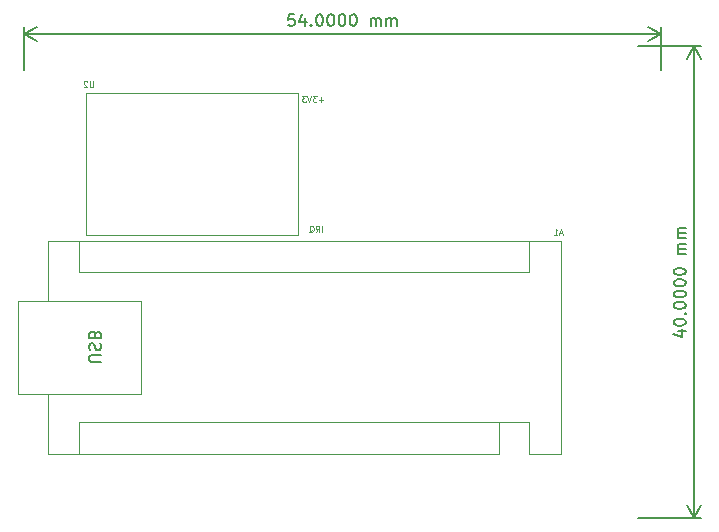
<source format=gbr>
%TF.GenerationSoftware,KiCad,Pcbnew,(6.0.9)*%
%TF.CreationDate,2023-05-29T15:26:19+10:00*%
%TF.ProjectId,SumoNyxPCB2.2,53756d6f-4e79-4785-9043-42322e322e6b,rev?*%
%TF.SameCoordinates,Original*%
%TF.FileFunction,Legend,Bot*%
%TF.FilePolarity,Positive*%
%FSLAX46Y46*%
G04 Gerber Fmt 4.6, Leading zero omitted, Abs format (unit mm)*
G04 Created by KiCad (PCBNEW (6.0.9)) date 2023-05-29 15:26:19*
%MOMM*%
%LPD*%
G01*
G04 APERTURE LIST*
%ADD10C,0.100000*%
%ADD11C,0.150000*%
%ADD12C,0.120000*%
G04 APERTURE END LIST*
D10*
X181130952Y-68285714D02*
X180750000Y-68285714D01*
X180940476Y-68476190D02*
X180940476Y-68095238D01*
X180559523Y-67976190D02*
X180250000Y-67976190D01*
X180416666Y-68166666D01*
X180345238Y-68166666D01*
X180297619Y-68190476D01*
X180273809Y-68214285D01*
X180250000Y-68261904D01*
X180250000Y-68380952D01*
X180273809Y-68428571D01*
X180297619Y-68452380D01*
X180345238Y-68476190D01*
X180488095Y-68476190D01*
X180535714Y-68452380D01*
X180559523Y-68428571D01*
X180107142Y-67976190D02*
X179940476Y-68476190D01*
X179773809Y-67976190D01*
X179654761Y-67976190D02*
X179345238Y-67976190D01*
X179511904Y-68166666D01*
X179440476Y-68166666D01*
X179392857Y-68190476D01*
X179369047Y-68214285D01*
X179345238Y-68261904D01*
X179345238Y-68380952D01*
X179369047Y-68428571D01*
X179392857Y-68452380D01*
X179440476Y-68476190D01*
X179583333Y-68476190D01*
X179630952Y-68452380D01*
X179654761Y-68428571D01*
X181011904Y-79476190D02*
X181011904Y-78976190D01*
X180488095Y-79476190D02*
X180654761Y-79238095D01*
X180773809Y-79476190D02*
X180773809Y-78976190D01*
X180583333Y-78976190D01*
X180535714Y-79000000D01*
X180511904Y-79023809D01*
X180488095Y-79071428D01*
X180488095Y-79142857D01*
X180511904Y-79190476D01*
X180535714Y-79214285D01*
X180583333Y-79238095D01*
X180773809Y-79238095D01*
X179940476Y-79523809D02*
X179988095Y-79500000D01*
X180035714Y-79452380D01*
X180107142Y-79380952D01*
X180154761Y-79357142D01*
X180202380Y-79357142D01*
X180178571Y-79476190D02*
X180226190Y-79452380D01*
X180273809Y-79404761D01*
X180297619Y-79309523D01*
X180297619Y-79142857D01*
X180273809Y-79047619D01*
X180226190Y-79000000D01*
X180178571Y-78976190D01*
X180083333Y-78976190D01*
X180035714Y-79000000D01*
X179988095Y-79047619D01*
X179964285Y-79142857D01*
X179964285Y-79309523D01*
X179988095Y-79404761D01*
X180035714Y-79452380D01*
X180083333Y-79476190D01*
X180178571Y-79476190D01*
D11*
X211135714Y-87892857D02*
X211802380Y-87892857D01*
X210754761Y-88130952D02*
X211469047Y-88369047D01*
X211469047Y-87750000D01*
X210802380Y-87178571D02*
X210802380Y-87083333D01*
X210850000Y-86988095D01*
X210897619Y-86940476D01*
X210992857Y-86892857D01*
X211183333Y-86845238D01*
X211421428Y-86845238D01*
X211611904Y-86892857D01*
X211707142Y-86940476D01*
X211754761Y-86988095D01*
X211802380Y-87083333D01*
X211802380Y-87178571D01*
X211754761Y-87273809D01*
X211707142Y-87321428D01*
X211611904Y-87369047D01*
X211421428Y-87416666D01*
X211183333Y-87416666D01*
X210992857Y-87369047D01*
X210897619Y-87321428D01*
X210850000Y-87273809D01*
X210802380Y-87178571D01*
X211707142Y-86416666D02*
X211754761Y-86369047D01*
X211802380Y-86416666D01*
X211754761Y-86464285D01*
X211707142Y-86416666D01*
X211802380Y-86416666D01*
X210802380Y-85750000D02*
X210802380Y-85654761D01*
X210850000Y-85559523D01*
X210897619Y-85511904D01*
X210992857Y-85464285D01*
X211183333Y-85416666D01*
X211421428Y-85416666D01*
X211611904Y-85464285D01*
X211707142Y-85511904D01*
X211754761Y-85559523D01*
X211802380Y-85654761D01*
X211802380Y-85750000D01*
X211754761Y-85845238D01*
X211707142Y-85892857D01*
X211611904Y-85940476D01*
X211421428Y-85988095D01*
X211183333Y-85988095D01*
X210992857Y-85940476D01*
X210897619Y-85892857D01*
X210850000Y-85845238D01*
X210802380Y-85750000D01*
X210802380Y-84797619D02*
X210802380Y-84702380D01*
X210850000Y-84607142D01*
X210897619Y-84559523D01*
X210992857Y-84511904D01*
X211183333Y-84464285D01*
X211421428Y-84464285D01*
X211611904Y-84511904D01*
X211707142Y-84559523D01*
X211754761Y-84607142D01*
X211802380Y-84702380D01*
X211802380Y-84797619D01*
X211754761Y-84892857D01*
X211707142Y-84940476D01*
X211611904Y-84988095D01*
X211421428Y-85035714D01*
X211183333Y-85035714D01*
X210992857Y-84988095D01*
X210897619Y-84940476D01*
X210850000Y-84892857D01*
X210802380Y-84797619D01*
X210802380Y-83845238D02*
X210802380Y-83750000D01*
X210850000Y-83654761D01*
X210897619Y-83607142D01*
X210992857Y-83559523D01*
X211183333Y-83511904D01*
X211421428Y-83511904D01*
X211611904Y-83559523D01*
X211707142Y-83607142D01*
X211754761Y-83654761D01*
X211802380Y-83750000D01*
X211802380Y-83845238D01*
X211754761Y-83940476D01*
X211707142Y-83988095D01*
X211611904Y-84035714D01*
X211421428Y-84083333D01*
X211183333Y-84083333D01*
X210992857Y-84035714D01*
X210897619Y-83988095D01*
X210850000Y-83940476D01*
X210802380Y-83845238D01*
X210802380Y-82892857D02*
X210802380Y-82797619D01*
X210850000Y-82702380D01*
X210897619Y-82654761D01*
X210992857Y-82607142D01*
X211183333Y-82559523D01*
X211421428Y-82559523D01*
X211611904Y-82607142D01*
X211707142Y-82654761D01*
X211754761Y-82702380D01*
X211802380Y-82797619D01*
X211802380Y-82892857D01*
X211754761Y-82988095D01*
X211707142Y-83035714D01*
X211611904Y-83083333D01*
X211421428Y-83130952D01*
X211183333Y-83130952D01*
X210992857Y-83083333D01*
X210897619Y-83035714D01*
X210850000Y-82988095D01*
X210802380Y-82892857D01*
X211802380Y-81369047D02*
X211135714Y-81369047D01*
X211230952Y-81369047D02*
X211183333Y-81321428D01*
X211135714Y-81226190D01*
X211135714Y-81083333D01*
X211183333Y-80988095D01*
X211278571Y-80940476D01*
X211802380Y-80940476D01*
X211278571Y-80940476D02*
X211183333Y-80892857D01*
X211135714Y-80797619D01*
X211135714Y-80654761D01*
X211183333Y-80559523D01*
X211278571Y-80511904D01*
X211802380Y-80511904D01*
X211802380Y-80035714D02*
X211135714Y-80035714D01*
X211230952Y-80035714D02*
X211183333Y-79988095D01*
X211135714Y-79892857D01*
X211135714Y-79750000D01*
X211183333Y-79654761D01*
X211278571Y-79607142D01*
X211802380Y-79607142D01*
X211278571Y-79607142D02*
X211183333Y-79559523D01*
X211135714Y-79464285D01*
X211135714Y-79321428D01*
X211183333Y-79226190D01*
X211278571Y-79178571D01*
X211802380Y-79178571D01*
X207750000Y-63750000D02*
X213086420Y-63750000D01*
X207750000Y-103750000D02*
X213086420Y-103750000D01*
X212500000Y-63750000D02*
X212500000Y-103750000D01*
X212500000Y-63750000D02*
X212500000Y-103750000D01*
X212500000Y-63750000D02*
X211913579Y-64876504D01*
X212500000Y-63750000D02*
X213086421Y-64876504D01*
X212500000Y-103750000D02*
X213086421Y-102623496D01*
X212500000Y-103750000D02*
X211913579Y-102623496D01*
X178654761Y-61052381D02*
X178178571Y-61052381D01*
X178130952Y-61528572D01*
X178178571Y-61480953D01*
X178273809Y-61433334D01*
X178511904Y-61433334D01*
X178607142Y-61480953D01*
X178654761Y-61528572D01*
X178702380Y-61623810D01*
X178702380Y-61861905D01*
X178654761Y-61957143D01*
X178607142Y-62004762D01*
X178511904Y-62052381D01*
X178273809Y-62052381D01*
X178178571Y-62004762D01*
X178130952Y-61957143D01*
X179559523Y-61385715D02*
X179559523Y-62052381D01*
X179321428Y-61004762D02*
X179083333Y-61719048D01*
X179702380Y-61719048D01*
X180083333Y-61957143D02*
X180130952Y-62004762D01*
X180083333Y-62052381D01*
X180035714Y-62004762D01*
X180083333Y-61957143D01*
X180083333Y-62052381D01*
X180750000Y-61052381D02*
X180845238Y-61052381D01*
X180940476Y-61100001D01*
X180988095Y-61147620D01*
X181035714Y-61242858D01*
X181083333Y-61433334D01*
X181083333Y-61671429D01*
X181035714Y-61861905D01*
X180988095Y-61957143D01*
X180940476Y-62004762D01*
X180845238Y-62052381D01*
X180750000Y-62052381D01*
X180654761Y-62004762D01*
X180607142Y-61957143D01*
X180559523Y-61861905D01*
X180511904Y-61671429D01*
X180511904Y-61433334D01*
X180559523Y-61242858D01*
X180607142Y-61147620D01*
X180654761Y-61100001D01*
X180750000Y-61052381D01*
X181702380Y-61052381D02*
X181797619Y-61052381D01*
X181892857Y-61100001D01*
X181940476Y-61147620D01*
X181988095Y-61242858D01*
X182035714Y-61433334D01*
X182035714Y-61671429D01*
X181988095Y-61861905D01*
X181940476Y-61957143D01*
X181892857Y-62004762D01*
X181797619Y-62052381D01*
X181702380Y-62052381D01*
X181607142Y-62004762D01*
X181559523Y-61957143D01*
X181511904Y-61861905D01*
X181464285Y-61671429D01*
X181464285Y-61433334D01*
X181511904Y-61242858D01*
X181559523Y-61147620D01*
X181607142Y-61100001D01*
X181702380Y-61052381D01*
X182654761Y-61052381D02*
X182750000Y-61052381D01*
X182845238Y-61100001D01*
X182892857Y-61147620D01*
X182940476Y-61242858D01*
X182988095Y-61433334D01*
X182988095Y-61671429D01*
X182940476Y-61861905D01*
X182892857Y-61957143D01*
X182845238Y-62004762D01*
X182750000Y-62052381D01*
X182654761Y-62052381D01*
X182559523Y-62004762D01*
X182511904Y-61957143D01*
X182464285Y-61861905D01*
X182416666Y-61671429D01*
X182416666Y-61433334D01*
X182464285Y-61242858D01*
X182511904Y-61147620D01*
X182559523Y-61100001D01*
X182654761Y-61052381D01*
X183607142Y-61052381D02*
X183702380Y-61052381D01*
X183797619Y-61100001D01*
X183845238Y-61147620D01*
X183892857Y-61242858D01*
X183940476Y-61433334D01*
X183940476Y-61671429D01*
X183892857Y-61861905D01*
X183845238Y-61957143D01*
X183797619Y-62004762D01*
X183702380Y-62052381D01*
X183607142Y-62052381D01*
X183511904Y-62004762D01*
X183464285Y-61957143D01*
X183416666Y-61861905D01*
X183369047Y-61671429D01*
X183369047Y-61433334D01*
X183416666Y-61242858D01*
X183464285Y-61147620D01*
X183511904Y-61100001D01*
X183607142Y-61052381D01*
X185130952Y-62052381D02*
X185130952Y-61385715D01*
X185130952Y-61480953D02*
X185178571Y-61433334D01*
X185273809Y-61385715D01*
X185416666Y-61385715D01*
X185511904Y-61433334D01*
X185559523Y-61528572D01*
X185559523Y-62052381D01*
X185559523Y-61528572D02*
X185607142Y-61433334D01*
X185702380Y-61385715D01*
X185845238Y-61385715D01*
X185940476Y-61433334D01*
X185988095Y-61528572D01*
X185988095Y-62052381D01*
X186464285Y-62052381D02*
X186464285Y-61385715D01*
X186464285Y-61480953D02*
X186511904Y-61433334D01*
X186607142Y-61385715D01*
X186750000Y-61385715D01*
X186845238Y-61433334D01*
X186892857Y-61528572D01*
X186892857Y-62052381D01*
X186892857Y-61528572D02*
X186940476Y-61433334D01*
X187035714Y-61385715D01*
X187178571Y-61385715D01*
X187273809Y-61433334D01*
X187321428Y-61528572D01*
X187321428Y-62052381D01*
X209750000Y-65750000D02*
X209750000Y-62163581D01*
X155750000Y-65750000D02*
X155750000Y-62163581D01*
X209750000Y-62750001D02*
X155750000Y-62750001D01*
X209750000Y-62750001D02*
X155750000Y-62750001D01*
X209750000Y-62750001D02*
X208623496Y-62163580D01*
X209750000Y-62750001D02*
X208623496Y-63336422D01*
X155750000Y-62750001D02*
X156876504Y-63336422D01*
X155750000Y-62750001D02*
X156876504Y-62163580D01*
D10*
%TO.C,A1*%
X201357142Y-79583333D02*
X201119047Y-79583333D01*
X201404761Y-79726190D02*
X201238095Y-79226190D01*
X201071428Y-79726190D01*
X200642857Y-79726190D02*
X200928571Y-79726190D01*
X200785714Y-79726190D02*
X200785714Y-79226190D01*
X200833333Y-79297619D01*
X200880952Y-79345238D01*
X200928571Y-79369047D01*
D11*
X162287619Y-90501904D02*
X161478095Y-90501904D01*
X161382857Y-90454285D01*
X161335238Y-90406666D01*
X161287619Y-90311428D01*
X161287619Y-90120952D01*
X161335238Y-90025714D01*
X161382857Y-89978095D01*
X161478095Y-89930476D01*
X162287619Y-89930476D01*
X161335238Y-89501904D02*
X161287619Y-89359047D01*
X161287619Y-89120952D01*
X161335238Y-89025714D01*
X161382857Y-88978095D01*
X161478095Y-88930476D01*
X161573333Y-88930476D01*
X161668571Y-88978095D01*
X161716190Y-89025714D01*
X161763809Y-89120952D01*
X161811428Y-89311428D01*
X161859047Y-89406666D01*
X161906666Y-89454285D01*
X162001904Y-89501904D01*
X162097142Y-89501904D01*
X162192380Y-89454285D01*
X162240000Y-89406666D01*
X162287619Y-89311428D01*
X162287619Y-89073333D01*
X162240000Y-88930476D01*
X161811428Y-88168571D02*
X161763809Y-88025714D01*
X161716190Y-87978095D01*
X161620952Y-87930476D01*
X161478095Y-87930476D01*
X161382857Y-87978095D01*
X161335238Y-88025714D01*
X161287619Y-88120952D01*
X161287619Y-88501904D01*
X162287619Y-88501904D01*
X162287619Y-88168571D01*
X162240000Y-88073333D01*
X162192380Y-88025714D01*
X162097142Y-87978095D01*
X162001904Y-87978095D01*
X161906666Y-88025714D01*
X161859047Y-88073333D01*
X161811428Y-88168571D01*
X161811428Y-88501904D01*
D10*
%TO.C,U2*%
X161630952Y-66726190D02*
X161630952Y-67130952D01*
X161607142Y-67178571D01*
X161583333Y-67202380D01*
X161535714Y-67226190D01*
X161440476Y-67226190D01*
X161392857Y-67202380D01*
X161369047Y-67178571D01*
X161345238Y-67130952D01*
X161345238Y-66726190D01*
X161130952Y-66773809D02*
X161107142Y-66750000D01*
X161059523Y-66726190D01*
X160940476Y-66726190D01*
X160892857Y-66750000D01*
X160869047Y-66773809D01*
X160845238Y-66821428D01*
X160845238Y-66869047D01*
X160869047Y-66940476D01*
X161154761Y-67226190D01*
X160845238Y-67226190D01*
D12*
%TO.C,A1*%
X201240000Y-98260000D02*
X198570000Y-98260000D01*
X201240000Y-80220000D02*
X201240000Y-98260000D01*
X196030000Y-95590000D02*
X196030000Y-98260000D01*
X198570000Y-82890000D02*
X160470000Y-82890000D01*
X198570000Y-95590000D02*
X198570000Y-98260000D01*
X196030000Y-95590000D02*
X198570000Y-95590000D01*
X157800000Y-80220000D02*
X157800000Y-85300000D01*
X157800000Y-80220000D02*
X201240000Y-80220000D01*
X196030000Y-98260000D02*
X157800000Y-98260000D01*
X160470000Y-95590000D02*
X160470000Y-98260000D01*
X155260000Y-85300000D02*
X155260000Y-93180000D01*
X198570000Y-82890000D02*
X198570000Y-80220000D01*
X165680000Y-85300000D02*
X155260000Y-85300000D01*
X155260000Y-93180000D02*
X165680000Y-93180000D01*
X196030000Y-95590000D02*
X160470000Y-95590000D01*
X165680000Y-93180000D02*
X165680000Y-85300000D01*
X160470000Y-82890000D02*
X160470000Y-80220000D01*
X157800000Y-98260000D02*
X157800000Y-93180000D01*
%TO.C,U2*%
X179000000Y-67750000D02*
X161000000Y-67750000D01*
X161000000Y-67750000D02*
X161000000Y-79750000D01*
X161000000Y-79750000D02*
X179000000Y-79750000D01*
X179000000Y-79750000D02*
X179000000Y-67750000D01*
%TD*%
M02*

</source>
